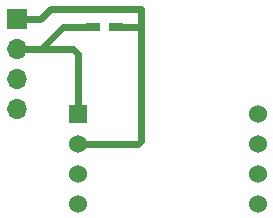
<source format=gtl>
G04 #@! TF.FileFunction,Copper,L1,Top,Signal*
%FSLAX46Y46*%
G04 Gerber Fmt 4.6, Leading zero omitted, Abs format (unit mm)*
G04 Created by KiCad (PCBNEW 4.0.6) date Fri Jul 21 16:01:30 2017*
%MOMM*%
%LPD*%
G01*
G04 APERTURE LIST*
%ADD10C,0.100000*%
%ADD11R,1.700000X1.700000*%
%ADD12O,1.700000X1.700000*%
%ADD13R,1.524000X1.524000*%
%ADD14C,1.524000*%
%ADD15R,1.200000X0.750000*%
%ADD16C,0.600000*%
G04 APERTURE END LIST*
D10*
D11*
X63411100Y-35153600D03*
D12*
X63411100Y-37693600D03*
X63411100Y-40233600D03*
X63411100Y-42773600D03*
D13*
X68580000Y-43180000D03*
D14*
X68580000Y-45720000D03*
X68580000Y-48260000D03*
X68580000Y-50800000D03*
X83820000Y-50800000D03*
X83820000Y-48260000D03*
X83820000Y-45720000D03*
X83820000Y-43180000D03*
D15*
X69916000Y-35814000D03*
X71816000Y-35814000D03*
D16*
X73914000Y-35814000D02*
X73914000Y-45466000D01*
X73660000Y-45720000D02*
X68580000Y-45720000D01*
X73914000Y-45466000D02*
X73660000Y-45720000D01*
X63411100Y-35153600D02*
X65430400Y-35153600D01*
X73914000Y-35814000D02*
X71816000Y-35814000D01*
X73914000Y-34290000D02*
X73914000Y-35814000D01*
X66294000Y-34290000D02*
X73914000Y-34290000D01*
X65430400Y-35153600D02*
X66294000Y-34290000D01*
X67343000Y-35847000D02*
X69883000Y-35847000D01*
X69883000Y-35847000D02*
X69916000Y-35814000D01*
X65496400Y-37693600D02*
X68173600Y-37693600D01*
X68580000Y-38100000D02*
X68580000Y-43180000D01*
X68173600Y-37693600D02*
X68580000Y-38100000D01*
X63411100Y-37693600D02*
X65496400Y-37693600D01*
X65496400Y-37693600D02*
X67343000Y-35847000D01*
X67343000Y-35847000D02*
X67376000Y-35814000D01*
X63411100Y-37693600D02*
X63817500Y-38100000D01*
M02*

</source>
